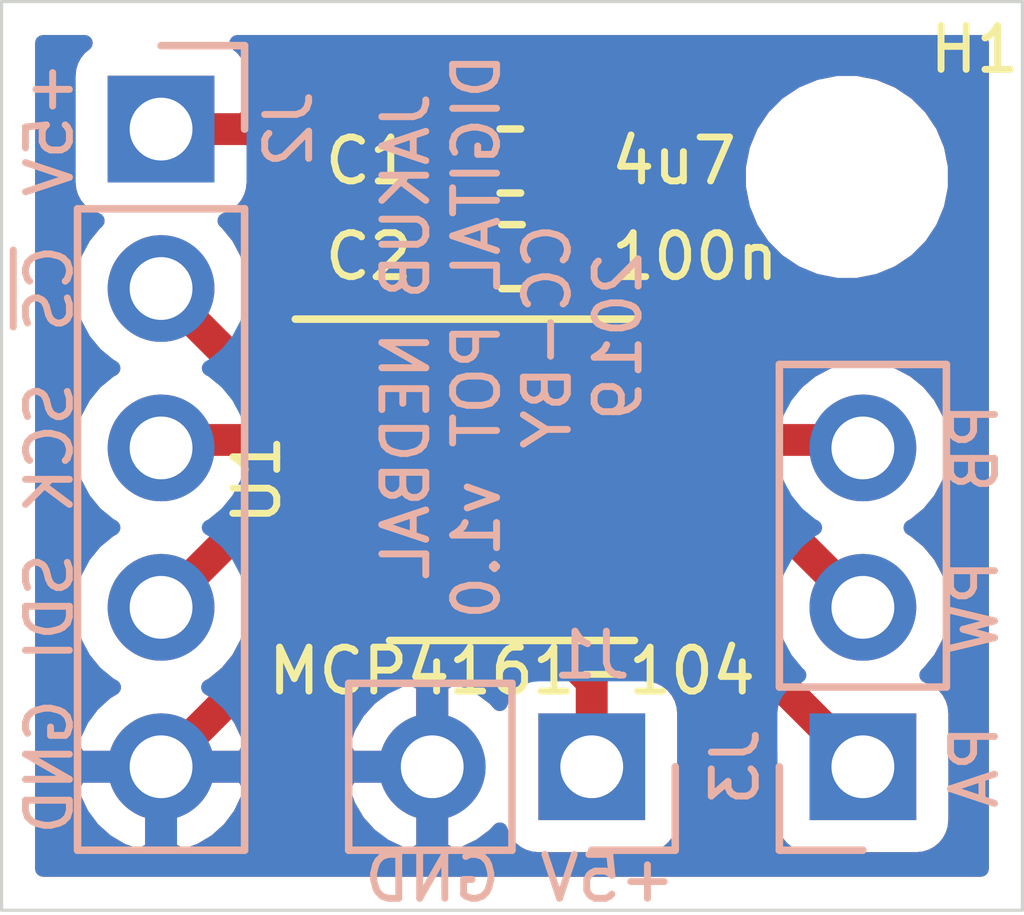
<source format=kicad_pcb>
(kicad_pcb (version 20171130) (host pcbnew 5.1.2-f72e74a~84~ubuntu16.04.1)

  (general
    (thickness 1.6)
    (drawings 15)
    (tracks 37)
    (zones 0)
    (modules 7)
    (nets 9)
  )

  (page A4)
  (layers
    (0 F.Cu signal)
    (31 B.Cu signal)
    (32 B.Adhes user)
    (33 F.Adhes user)
    (34 B.Paste user)
    (35 F.Paste user)
    (36 B.SilkS user)
    (37 F.SilkS user)
    (38 B.Mask user)
    (39 F.Mask user)
    (40 Dwgs.User user)
    (41 Cmts.User user)
    (42 Eco1.User user)
    (43 Eco2.User user)
    (44 Edge.Cuts user)
    (45 Margin user)
    (46 B.CrtYd user)
    (47 F.CrtYd user)
    (48 B.Fab user hide)
    (49 F.Fab user hide)
  )

  (setup
    (last_trace_width 0.25)
    (user_trace_width 0.508)
    (trace_clearance 0.2)
    (zone_clearance 0.508)
    (zone_45_only no)
    (trace_min 0.2)
    (via_size 0.8)
    (via_drill 0.4)
    (via_min_size 0.4)
    (via_min_drill 0.3)
    (uvia_size 0.3)
    (uvia_drill 0.1)
    (uvias_allowed no)
    (uvia_min_size 0.2)
    (uvia_min_drill 0.1)
    (edge_width 0.05)
    (segment_width 0.2)
    (pcb_text_width 0.3)
    (pcb_text_size 1.5 1.5)
    (mod_edge_width 0.12)
    (mod_text_size 1 1)
    (mod_text_width 0.15)
    (pad_size 1.524 1.524)
    (pad_drill 0.762)
    (pad_to_mask_clearance 0.051)
    (solder_mask_min_width 0.25)
    (aux_axis_origin 0 0)
    (visible_elements FFFFFF7F)
    (pcbplotparams
      (layerselection 0x010f0_ffffffff)
      (usegerberextensions true)
      (usegerberattributes false)
      (usegerberadvancedattributes false)
      (creategerberjobfile false)
      (excludeedgelayer true)
      (linewidth 0.100000)
      (plotframeref false)
      (viasonmask false)
      (mode 1)
      (useauxorigin false)
      (hpglpennumber 1)
      (hpglpenspeed 20)
      (hpglpendiameter 15.000000)
      (psnegative false)
      (psa4output false)
      (plotreference true)
      (plotvalue true)
      (plotinvisibletext false)
      (padsonsilk false)
      (subtractmaskfromsilk false)
      (outputformat 1)
      (mirror false)
      (drillshape 0)
      (scaleselection 1)
      (outputdirectory "boards"))
  )

  (net 0 "")
  (net 1 +5V)
  (net 2 GND)
  (net 3 /~CS)
  (net 4 /SCK)
  (net 5 /SDI)
  (net 6 /PA)
  (net 7 /PW)
  (net 8 /PB)

  (net_class Default "This is the default net class."
    (clearance 0.2)
    (trace_width 0.25)
    (via_dia 0.8)
    (via_drill 0.4)
    (uvia_dia 0.3)
    (uvia_drill 0.1)
    (add_net +5V)
    (add_net /PA)
    (add_net /PB)
    (add_net /PW)
    (add_net /SCK)
    (add_net /SDI)
    (add_net /~CS)
    (add_net GND)
  )

  (module MountingHole:MountingHole_2.2mm_M2 (layer F.Cu) (tedit 56D1B4CB) (tstamp 5D325A6E)
    (at 155.956 64.516)
    (descr "Mounting Hole 2.2mm, no annular, M2")
    (tags "mounting hole 2.2mm no annular m2")
    (path /5D32DB55)
    (attr virtual)
    (fp_text reference H1 (at 2.032 -2.032) (layer F.SilkS)
      (effects (font (size 0.7 0.7) (thickness 0.11)))
    )
    (fp_text value 2.2mm (at 0 3.2) (layer F.Fab)
      (effects (font (size 1 1) (thickness 0.15)))
    )
    (fp_circle (center 0 0) (end 2.45 0) (layer F.CrtYd) (width 0.05))
    (fp_circle (center 0 0) (end 2.2 0) (layer Cmts.User) (width 0.15))
    (fp_text user %R (at 0.3 0) (layer F.Fab)
      (effects (font (size 1 1) (thickness 0.15)))
    )
    (pad 1 np_thru_hole circle (at 0 0) (size 2.2 2.2) (drill 2.2) (layers *.Cu *.Mask))
  )

  (module Package_SO:SOIC-8_3.9x4.9mm_P1.27mm (layer F.Cu) (tedit 5C97300E) (tstamp 5D32490D)
    (at 150.622 69.342)
    (descr "SOIC, 8 Pin (JEDEC MS-012AA, https://www.analog.com/media/en/package-pcb-resources/package/pkg_pdf/soic_narrow-r/r_8.pdf), generated with kicad-footprint-generator ipc_gullwing_generator.py")
    (tags "SOIC SO")
    (path /5D31FA69)
    (attr smd)
    (fp_text reference U1 (at -4.064 0 90) (layer F.SilkS)
      (effects (font (size 0.7 0.7) (thickness 0.11)))
    )
    (fp_text value MCP4161-104 (at 0 3.048) (layer F.SilkS)
      (effects (font (size 0.7 0.7) (thickness 0.11)))
    )
    (fp_text user %R (at 0 0) (layer F.Fab)
      (effects (font (size 0.98 0.98) (thickness 0.15)))
    )
    (fp_line (start 3.7 -2.7) (end -3.7 -2.7) (layer F.CrtYd) (width 0.05))
    (fp_line (start 3.7 2.7) (end 3.7 -2.7) (layer F.CrtYd) (width 0.05))
    (fp_line (start -3.7 2.7) (end 3.7 2.7) (layer F.CrtYd) (width 0.05))
    (fp_line (start -3.7 -2.7) (end -3.7 2.7) (layer F.CrtYd) (width 0.05))
    (fp_line (start -1.95 -1.475) (end -0.975 -2.45) (layer F.Fab) (width 0.1))
    (fp_line (start -1.95 2.45) (end -1.95 -1.475) (layer F.Fab) (width 0.1))
    (fp_line (start 1.95 2.45) (end -1.95 2.45) (layer F.Fab) (width 0.1))
    (fp_line (start 1.95 -2.45) (end 1.95 2.45) (layer F.Fab) (width 0.1))
    (fp_line (start -0.975 -2.45) (end 1.95 -2.45) (layer F.Fab) (width 0.1))
    (fp_line (start 0 -2.56) (end -3.45 -2.56) (layer F.SilkS) (width 0.12))
    (fp_line (start 0 -2.56) (end 1.95 -2.56) (layer F.SilkS) (width 0.12))
    (fp_line (start 0 2.56) (end -1.95 2.56) (layer F.SilkS) (width 0.12))
    (fp_line (start 0 2.56) (end 1.95 2.56) (layer F.SilkS) (width 0.12))
    (pad 8 smd roundrect (at 2.475 -1.905) (size 1.95 0.6) (layers F.Cu F.Paste F.Mask) (roundrect_rratio 0.25)
      (net 1 +5V))
    (pad 7 smd roundrect (at 2.475 -0.635) (size 1.95 0.6) (layers F.Cu F.Paste F.Mask) (roundrect_rratio 0.25)
      (net 8 /PB))
    (pad 6 smd roundrect (at 2.475 0.635) (size 1.95 0.6) (layers F.Cu F.Paste F.Mask) (roundrect_rratio 0.25)
      (net 7 /PW))
    (pad 5 smd roundrect (at 2.475 1.905) (size 1.95 0.6) (layers F.Cu F.Paste F.Mask) (roundrect_rratio 0.25)
      (net 6 /PA))
    (pad 4 smd roundrect (at -2.475 1.905) (size 1.95 0.6) (layers F.Cu F.Paste F.Mask) (roundrect_rratio 0.25)
      (net 2 GND))
    (pad 3 smd roundrect (at -2.475 0.635) (size 1.95 0.6) (layers F.Cu F.Paste F.Mask) (roundrect_rratio 0.25)
      (net 5 /SDI))
    (pad 2 smd roundrect (at -2.475 -0.635) (size 1.95 0.6) (layers F.Cu F.Paste F.Mask) (roundrect_rratio 0.25)
      (net 4 /SCK))
    (pad 1 smd roundrect (at -2.475 -1.905) (size 1.95 0.6) (layers F.Cu F.Paste F.Mask) (roundrect_rratio 0.25)
      (net 3 /~CS))
    (model ${KISYS3DMOD}/Package_SO.3dshapes/SOIC-8_3.9x4.9mm_P1.27mm.wrl
      (at (xyz 0 0 0))
      (scale (xyz 1 1 1))
      (rotate (xyz 0 0 0))
    )
  )

  (module Capacitor_SMD:C_0603_1608Metric (layer F.Cu) (tedit 5B301BBE) (tstamp 5D3244BF)
    (at 150.5965 64.262 180)
    (descr "Capacitor SMD 0603 (1608 Metric), square (rectangular) end terminal, IPC_7351 nominal, (Body size source: http://www.tortai-tech.com/upload/download/2011102023233369053.pdf), generated with kicad-footprint-generator")
    (tags capacitor)
    (path /5D324C2D)
    (attr smd)
    (fp_text reference C1 (at 1.4985 0) (layer F.SilkS)
      (effects (font (size 0.7 0.7) (thickness 0.11)) (justify right))
    )
    (fp_text value 4u7 (at -1.5495 0) (layer F.SilkS)
      (effects (font (size 0.7 0.7) (thickness 0.11)) (justify left))
    )
    (fp_line (start -0.8 0.4) (end -0.8 -0.4) (layer F.Fab) (width 0.1))
    (fp_line (start -0.8 -0.4) (end 0.8 -0.4) (layer F.Fab) (width 0.1))
    (fp_line (start 0.8 -0.4) (end 0.8 0.4) (layer F.Fab) (width 0.1))
    (fp_line (start 0.8 0.4) (end -0.8 0.4) (layer F.Fab) (width 0.1))
    (fp_line (start -0.162779 -0.51) (end 0.162779 -0.51) (layer F.SilkS) (width 0.12))
    (fp_line (start -0.162779 0.51) (end 0.162779 0.51) (layer F.SilkS) (width 0.12))
    (fp_line (start -1.48 0.73) (end -1.48 -0.73) (layer F.CrtYd) (width 0.05))
    (fp_line (start -1.48 -0.73) (end 1.48 -0.73) (layer F.CrtYd) (width 0.05))
    (fp_line (start 1.48 -0.73) (end 1.48 0.73) (layer F.CrtYd) (width 0.05))
    (fp_line (start 1.48 0.73) (end -1.48 0.73) (layer F.CrtYd) (width 0.05))
    (fp_text user %R (at 0 0) (layer F.Fab)
      (effects (font (size 0.4 0.4) (thickness 0.06)))
    )
    (pad 1 smd roundrect (at -0.7875 0 180) (size 0.875 0.95) (layers F.Cu F.Paste F.Mask) (roundrect_rratio 0.25)
      (net 1 +5V))
    (pad 2 smd roundrect (at 0.7875 0 180) (size 0.875 0.95) (layers F.Cu F.Paste F.Mask) (roundrect_rratio 0.25)
      (net 2 GND))
    (model ${KISYS3DMOD}/Capacitor_SMD.3dshapes/C_0603_1608Metric.wrl
      (at (xyz 0 0 0))
      (scale (xyz 1 1 1))
      (rotate (xyz 0 0 0))
    )
  )

  (module Capacitor_SMD:C_0603_1608Metric (layer F.Cu) (tedit 5B301BBE) (tstamp 5D3244D0)
    (at 150.622 65.786 180)
    (descr "Capacitor SMD 0603 (1608 Metric), square (rectangular) end terminal, IPC_7351 nominal, (Body size source: http://www.tortai-tech.com/upload/download/2011102023233369053.pdf), generated with kicad-footprint-generator")
    (tags capacitor)
    (path /5D322140)
    (attr smd)
    (fp_text reference C2 (at 1.524 0) (layer F.SilkS)
      (effects (font (size 0.7 0.7) (thickness 0.11)) (justify right))
    )
    (fp_text value 100n (at -1.524 0) (layer F.SilkS)
      (effects (font (size 0.7 0.7) (thickness 0.11)) (justify left))
    )
    (fp_text user %R (at 0 0) (layer F.Fab)
      (effects (font (size 0.4 0.4) (thickness 0.06)))
    )
    (fp_line (start 1.48 0.73) (end -1.48 0.73) (layer F.CrtYd) (width 0.05))
    (fp_line (start 1.48 -0.73) (end 1.48 0.73) (layer F.CrtYd) (width 0.05))
    (fp_line (start -1.48 -0.73) (end 1.48 -0.73) (layer F.CrtYd) (width 0.05))
    (fp_line (start -1.48 0.73) (end -1.48 -0.73) (layer F.CrtYd) (width 0.05))
    (fp_line (start -0.162779 0.51) (end 0.162779 0.51) (layer F.SilkS) (width 0.12))
    (fp_line (start -0.162779 -0.51) (end 0.162779 -0.51) (layer F.SilkS) (width 0.12))
    (fp_line (start 0.8 0.4) (end -0.8 0.4) (layer F.Fab) (width 0.1))
    (fp_line (start 0.8 -0.4) (end 0.8 0.4) (layer F.Fab) (width 0.1))
    (fp_line (start -0.8 -0.4) (end 0.8 -0.4) (layer F.Fab) (width 0.1))
    (fp_line (start -0.8 0.4) (end -0.8 -0.4) (layer F.Fab) (width 0.1))
    (pad 2 smd roundrect (at 0.7875 0 180) (size 0.875 0.95) (layers F.Cu F.Paste F.Mask) (roundrect_rratio 0.25)
      (net 2 GND))
    (pad 1 smd roundrect (at -0.7875 0 180) (size 0.875 0.95) (layers F.Cu F.Paste F.Mask) (roundrect_rratio 0.25)
      (net 1 +5V))
    (model ${KISYS3DMOD}/Capacitor_SMD.3dshapes/C_0603_1608Metric.wrl
      (at (xyz 0 0 0))
      (scale (xyz 1 1 1))
      (rotate (xyz 0 0 0))
    )
  )

  (module Connector_PinHeader_2.54mm:PinHeader_1x02_P2.54mm_Vertical (layer B.Cu) (tedit 59FED5CC) (tstamp 5D3244E6)
    (at 151.892 73.914 90)
    (descr "Through hole straight pin header, 1x02, 2.54mm pitch, single row")
    (tags "Through hole pin header THT 1x02 2.54mm single row")
    (path /5D327A1D)
    (fp_text reference J1 (at 1.778 0) (layer B.SilkS)
      (effects (font (size 0.7 0.7) (thickness 0.11)) (justify mirror))
    )
    (fp_text value "2-Way Pin Header" (at 0 -4.87 270) (layer B.Fab)
      (effects (font (size 1 1) (thickness 0.15)) (justify mirror))
    )
    (fp_line (start -0.635 1.27) (end 1.27 1.27) (layer B.Fab) (width 0.1))
    (fp_line (start 1.27 1.27) (end 1.27 -3.81) (layer B.Fab) (width 0.1))
    (fp_line (start 1.27 -3.81) (end -1.27 -3.81) (layer B.Fab) (width 0.1))
    (fp_line (start -1.27 -3.81) (end -1.27 0.635) (layer B.Fab) (width 0.1))
    (fp_line (start -1.27 0.635) (end -0.635 1.27) (layer B.Fab) (width 0.1))
    (fp_line (start -1.33 -3.87) (end 1.33 -3.87) (layer B.SilkS) (width 0.12))
    (fp_line (start -1.33 -1.27) (end -1.33 -3.87) (layer B.SilkS) (width 0.12))
    (fp_line (start 1.33 -1.27) (end 1.33 -3.87) (layer B.SilkS) (width 0.12))
    (fp_line (start -1.33 -1.27) (end 1.33 -1.27) (layer B.SilkS) (width 0.12))
    (fp_line (start -1.33 0) (end -1.33 1.33) (layer B.SilkS) (width 0.12))
    (fp_line (start -1.33 1.33) (end 0 1.33) (layer B.SilkS) (width 0.12))
    (fp_line (start -1.8 1.8) (end -1.8 -4.35) (layer B.CrtYd) (width 0.05))
    (fp_line (start -1.8 -4.35) (end 1.8 -4.35) (layer B.CrtYd) (width 0.05))
    (fp_line (start 1.8 -4.35) (end 1.8 1.8) (layer B.CrtYd) (width 0.05))
    (fp_line (start 1.8 1.8) (end -1.8 1.8) (layer B.CrtYd) (width 0.05))
    (fp_text user %R (at 0 -1.27) (layer B.Fab)
      (effects (font (size 1 1) (thickness 0.15)) (justify mirror))
    )
    (pad 1 thru_hole rect (at 0 0 90) (size 1.7 1.7) (drill 1) (layers *.Cu *.Mask)
      (net 1 +5V))
    (pad 2 thru_hole oval (at 0 -2.54 90) (size 1.7 1.7) (drill 1) (layers *.Cu *.Mask)
      (net 2 GND))
    (model ${KISYS3DMOD}/Connector_PinHeader_2.54mm.3dshapes/PinHeader_1x02_P2.54mm_Vertical.wrl
      (at (xyz 0 0 0))
      (scale (xyz 1 1 1))
      (rotate (xyz 0 0 0))
    )
  )

  (module Connector_PinHeader_2.54mm:PinHeader_1x05_P2.54mm_Vertical (layer B.Cu) (tedit 59FED5CC) (tstamp 5D324A34)
    (at 145.034 63.754 180)
    (descr "Through hole straight pin header, 1x05, 2.54mm pitch, single row")
    (tags "Through hole pin header THT 1x05 2.54mm single row")
    (path /5D31C509)
    (fp_text reference J2 (at -2.032 0 90) (layer B.SilkS)
      (effects (font (size 0.7 0.7) (thickness 0.11)) (justify mirror))
    )
    (fp_text value "5-Way Pin Header" (at 0 -12.49) (layer B.Fab)
      (effects (font (size 1 1) (thickness 0.15)) (justify mirror))
    )
    (fp_line (start -0.635 1.27) (end 1.27 1.27) (layer B.Fab) (width 0.1))
    (fp_line (start 1.27 1.27) (end 1.27 -11.43) (layer B.Fab) (width 0.1))
    (fp_line (start 1.27 -11.43) (end -1.27 -11.43) (layer B.Fab) (width 0.1))
    (fp_line (start -1.27 -11.43) (end -1.27 0.635) (layer B.Fab) (width 0.1))
    (fp_line (start -1.27 0.635) (end -0.635 1.27) (layer B.Fab) (width 0.1))
    (fp_line (start -1.33 -11.49) (end 1.33 -11.49) (layer B.SilkS) (width 0.12))
    (fp_line (start -1.33 -1.27) (end -1.33 -11.49) (layer B.SilkS) (width 0.12))
    (fp_line (start 1.33 -1.27) (end 1.33 -11.49) (layer B.SilkS) (width 0.12))
    (fp_line (start -1.33 -1.27) (end 1.33 -1.27) (layer B.SilkS) (width 0.12))
    (fp_line (start -1.33 0) (end -1.33 1.33) (layer B.SilkS) (width 0.12))
    (fp_line (start -1.33 1.33) (end 0 1.33) (layer B.SilkS) (width 0.12))
    (fp_line (start -1.8 1.8) (end -1.8 -11.95) (layer B.CrtYd) (width 0.05))
    (fp_line (start -1.8 -11.95) (end 1.8 -11.95) (layer B.CrtYd) (width 0.05))
    (fp_line (start 1.8 -11.95) (end 1.8 1.8) (layer B.CrtYd) (width 0.05))
    (fp_line (start 1.8 1.8) (end -1.8 1.8) (layer B.CrtYd) (width 0.05))
    (fp_text user %R (at 0 -5.08 90) (layer F.Fab)
      (effects (font (size 1 1) (thickness 0.15)))
    )
    (pad 1 thru_hole rect (at 0 0 180) (size 1.7 1.7) (drill 1) (layers *.Cu *.Mask)
      (net 1 +5V))
    (pad 2 thru_hole oval (at 0 -2.54 180) (size 1.7 1.7) (drill 1) (layers *.Cu *.Mask)
      (net 3 /~CS))
    (pad 3 thru_hole oval (at 0 -5.08 180) (size 1.7 1.7) (drill 1) (layers *.Cu *.Mask)
      (net 4 /SCK))
    (pad 4 thru_hole oval (at 0 -7.62 180) (size 1.7 1.7) (drill 1) (layers *.Cu *.Mask)
      (net 5 /SDI))
    (pad 5 thru_hole oval (at 0 -10.16 180) (size 1.7 1.7) (drill 1) (layers *.Cu *.Mask)
      (net 2 GND))
    (model ${KISYS3DMOD}/Connector_PinHeader_2.54mm.3dshapes/PinHeader_1x05_P2.54mm_Vertical.wrl
      (at (xyz 0 0 0))
      (scale (xyz 1 1 1))
      (rotate (xyz 0 0 0))
    )
  )

  (module Connector_PinHeader_2.54mm:PinHeader_1x03_P2.54mm_Vertical (layer B.Cu) (tedit 59FED5CC) (tstamp 5D324516)
    (at 156.21 73.914)
    (descr "Through hole straight pin header, 1x03, 2.54mm pitch, single row")
    (tags "Through hole pin header THT 1x03 2.54mm single row")
    (path /5D323834)
    (fp_text reference J3 (at -2.032 0 90) (layer B.SilkS)
      (effects (font (size 0.7 0.7) (thickness 0.11)) (justify mirror))
    )
    (fp_text value "3-Way Pin Header" (at 0 -7.41) (layer B.Fab)
      (effects (font (size 1 1) (thickness 0.15)) (justify mirror))
    )
    (fp_line (start -0.635 1.27) (end 1.27 1.27) (layer B.Fab) (width 0.1))
    (fp_line (start 1.27 1.27) (end 1.27 -6.35) (layer B.Fab) (width 0.1))
    (fp_line (start 1.27 -6.35) (end -1.27 -6.35) (layer B.Fab) (width 0.1))
    (fp_line (start -1.27 -6.35) (end -1.27 0.635) (layer B.Fab) (width 0.1))
    (fp_line (start -1.27 0.635) (end -0.635 1.27) (layer B.Fab) (width 0.1))
    (fp_line (start -1.33 -6.41) (end 1.33 -6.41) (layer B.SilkS) (width 0.12))
    (fp_line (start -1.33 -1.27) (end -1.33 -6.41) (layer B.SilkS) (width 0.12))
    (fp_line (start 1.33 -1.27) (end 1.33 -6.41) (layer B.SilkS) (width 0.12))
    (fp_line (start -1.33 -1.27) (end 1.33 -1.27) (layer B.SilkS) (width 0.12))
    (fp_line (start -1.33 0) (end -1.33 1.33) (layer B.SilkS) (width 0.12))
    (fp_line (start -1.33 1.33) (end 0 1.33) (layer B.SilkS) (width 0.12))
    (fp_line (start -1.8 1.8) (end -1.8 -6.85) (layer B.CrtYd) (width 0.05))
    (fp_line (start -1.8 -6.85) (end 1.8 -6.85) (layer B.CrtYd) (width 0.05))
    (fp_line (start 1.8 -6.85) (end 1.8 1.8) (layer B.CrtYd) (width 0.05))
    (fp_line (start 1.8 1.8) (end -1.8 1.8) (layer B.CrtYd) (width 0.05))
    (fp_text user %R (at 0 -2.54 -90) (layer B.Fab)
      (effects (font (size 1 1) (thickness 0.15)) (justify mirror))
    )
    (pad 1 thru_hole rect (at 0 0) (size 1.7 1.7) (drill 1) (layers *.Cu *.Mask)
      (net 6 /PA))
    (pad 2 thru_hole oval (at 0 -2.54) (size 1.7 1.7) (drill 1) (layers *.Cu *.Mask)
      (net 7 /PW))
    (pad 3 thru_hole oval (at 0 -5.08) (size 1.7 1.7) (drill 1) (layers *.Cu *.Mask)
      (net 8 /PB))
    (model ${KISYS3DMOD}/Connector_PinHeader_2.54mm.3dshapes/PinHeader_1x03_P2.54mm_Vertical.wrl
      (at (xyz 0 0 0))
      (scale (xyz 1 1 1))
      (rotate (xyz 0 0 0))
    )
  )

  (gr_text "JAKUB NEDBAL\nDIGITAL POT v1.0\nCC-BY\n2019\n" (at 150.622 67.056 90) (layer B.SilkS) (tstamp 5D325304)
    (effects (font (size 0.7 0.7) (thickness 0.11)) (justify mirror))
  )
  (gr_text PA (at 157.988 73.914 90) (layer B.SilkS) (tstamp 5D325256)
    (effects (font (size 0.7 0.7) (thickness 0.11)) (justify mirror))
  )
  (gr_text PW (at 157.988 71.374 90) (layer B.SilkS) (tstamp 5D325252)
    (effects (font (size 0.7 0.7) (thickness 0.11)) (justify mirror))
  )
  (gr_text PB (at 157.988 68.834 90) (layer B.SilkS) (tstamp 5D32524D)
    (effects (font (size 0.7 0.7) (thickness 0.11)) (justify mirror))
  )
  (gr_text +5V (at 152.146 75.692) (layer B.SilkS) (tstamp 5D325247)
    (effects (font (size 0.7 0.7) (thickness 0.11)) (justify mirror))
  )
  (gr_text GND (at 149.352 75.692) (layer B.SilkS) (tstamp 5D325241)
    (effects (font (size 0.7 0.7) (thickness 0.11)) (justify mirror))
  )
  (gr_text GND (at 143.256 73.914 90) (layer B.SilkS) (tstamp 5D325225)
    (effects (font (size 0.7 0.7) (thickness 0.11)) (justify mirror))
  )
  (gr_text SDI (at 143.256 71.374 90) (layer B.SilkS) (tstamp 5D325221)
    (effects (font (size 0.7 0.7) (thickness 0.11)) (justify mirror))
  )
  (gr_text SCK (at 143.256 68.834 90) (layer B.SilkS) (tstamp 5D32521E)
    (effects (font (size 0.7 0.7) (thickness 0.11)) (justify mirror))
  )
  (gr_text ~CS (at 143.256 66.294 90) (layer B.SilkS) (tstamp 5D32521A)
    (effects (font (size 0.7 0.7) (thickness 0.11)) (justify mirror))
  )
  (gr_text +5V (at 143.256 63.754 90) (layer B.SilkS)
    (effects (font (size 0.7 0.7) (thickness 0.11)) (justify mirror))
  )
  (gr_line (start 158.75 76.2) (end 142.494 76.2) (layer Edge.Cuts) (width 0.05) (tstamp 5D3250E1))
  (gr_line (start 158.75 61.722) (end 158.75 76.2) (layer Edge.Cuts) (width 0.05))
  (gr_line (start 142.494 61.722) (end 158.75 61.722) (layer Edge.Cuts) (width 0.05))
  (gr_line (start 142.494 76.2) (end 142.494 61.722) (layer Edge.Cuts) (width 0.05))

  (segment (start 150.922388 63.800388) (end 151.384 64.262) (width 0.508) (layer F.Cu) (net 1))
  (segment (start 150.45499 63.33299) (end 150.922388 63.800388) (width 0.508) (layer F.Cu) (net 1))
  (segment (start 146.81301 63.33299) (end 150.45499 63.33299) (width 0.508) (layer F.Cu) (net 1))
  (segment (start 146.392 63.754) (end 146.81301 63.33299) (width 0.508) (layer F.Cu) (net 1))
  (segment (start 145.034 63.754) (end 146.392 63.754) (width 0.508) (layer F.Cu) (net 1))
  (segment (start 151.384 65.7605) (end 151.4095 65.786) (width 0.508) (layer F.Cu) (net 1))
  (segment (start 151.384 64.262) (end 151.384 65.7605) (width 0.508) (layer F.Cu) (net 1))
  (segment (start 151.446 65.786) (end 153.097 67.437) (width 0.508) (layer F.Cu) (net 1))
  (segment (start 151.4095 65.786) (end 151.446 65.786) (width 0.508) (layer F.Cu) (net 1))
  (segment (start 151.892 72.556) (end 151.4095 72.0735) (width 0.508) (layer F.Cu) (net 1))
  (segment (start 151.4095 66.361) (end 151.4095 65.786) (width 0.508) (layer F.Cu) (net 1))
  (segment (start 151.892 73.914) (end 151.892 72.556) (width 0.508) (layer F.Cu) (net 1))
  (segment (start 151.816 67.437) (end 153.097 67.437) (width 0.508) (layer F.Cu) (net 1))
  (segment (start 151.4095 67.8435) (end 151.816 67.437) (width 0.508) (layer F.Cu) (net 1))
  (segment (start 151.4095 72.0735) (end 151.4095 67.8435) (width 0.508) (layer F.Cu) (net 1))
  (segment (start 151.4095 67.8435) (end 151.4095 66.361) (width 0.508) (layer F.Cu) (net 1))
  (segment (start 147.701 71.247) (end 145.034 73.914) (width 0.508) (layer F.Cu) (net 2))
  (segment (start 148.147 71.247) (end 147.701 71.247) (width 0.508) (layer F.Cu) (net 2))
  (segment (start 149.352 72.452) (end 148.147 71.247) (width 0.508) (layer F.Cu) (net 2))
  (segment (start 149.352 73.914) (end 149.352 72.452) (width 0.508) (layer F.Cu) (net 2))
  (segment (start 149.809 65.7605) (end 149.8345 65.786) (width 0.508) (layer F.Cu) (net 2))
  (segment (start 149.809 64.262) (end 149.809 65.7605) (width 0.508) (layer F.Cu) (net 2))
  (segment (start 149.222 71.247) (end 148.147 71.247) (width 0.508) (layer F.Cu) (net 2))
  (segment (start 149.8345 70.6345) (end 149.222 71.247) (width 0.508) (layer F.Cu) (net 2))
  (segment (start 149.8345 65.786) (end 149.8345 70.6345) (width 0.508) (layer F.Cu) (net 2))
  (segment (start 146.177 67.437) (end 145.034 66.294) (width 0.508) (layer F.Cu) (net 3))
  (segment (start 148.147 67.437) (end 146.177 67.437) (width 0.508) (layer F.Cu) (net 3))
  (segment (start 145.161 68.707) (end 145.034 68.834) (width 0.508) (layer F.Cu) (net 4))
  (segment (start 148.147 68.707) (end 145.161 68.707) (width 0.508) (layer F.Cu) (net 4))
  (segment (start 146.431 69.977) (end 148.147 69.977) (width 0.508) (layer F.Cu) (net 5))
  (segment (start 145.034 71.374) (end 146.431 69.977) (width 0.508) (layer F.Cu) (net 5))
  (segment (start 153.543 71.247) (end 156.21 73.914) (width 0.508) (layer F.Cu) (net 6))
  (segment (start 153.097 71.247) (end 153.543 71.247) (width 0.508) (layer F.Cu) (net 6))
  (segment (start 154.813 69.977) (end 156.21 71.374) (width 0.508) (layer F.Cu) (net 7))
  (segment (start 153.097 69.977) (end 154.813 69.977) (width 0.508) (layer F.Cu) (net 7))
  (segment (start 156.083 68.707) (end 156.21 68.834) (width 0.508) (layer F.Cu) (net 8))
  (segment (start 153.097 68.707) (end 156.083 68.707) (width 0.508) (layer F.Cu) (net 8))

  (zone (net 2) (net_name GND) (layer F.Cu) (tstamp 5D325E44) (hatch edge 0.508)
    (connect_pads (clearance 0.508))
    (min_thickness 0.254)
    (fill yes (arc_segments 32) (thermal_gap 0.508) (thermal_bridge_width 0.508))
    (polygon
      (pts
        (xy 142.494 61.722) (xy 158.75 61.722) (xy 158.75 76.2) (xy 142.494 76.2)
      )
    )
    (filled_polygon
      (pts
        (xy 143.732815 62.452815) (xy 143.653463 62.549506) (xy 143.594498 62.65982) (xy 143.558188 62.779518) (xy 143.545928 62.904)
        (xy 143.545928 64.604) (xy 143.558188 64.728482) (xy 143.594498 64.84818) (xy 143.653463 64.958494) (xy 143.732815 65.055185)
        (xy 143.829506 65.134537) (xy 143.93982 65.193502) (xy 144.008687 65.214393) (xy 143.978866 65.238866) (xy 143.793294 65.464986)
        (xy 143.655401 65.722966) (xy 143.570487 66.002889) (xy 143.541815 66.294) (xy 143.570487 66.585111) (xy 143.655401 66.865034)
        (xy 143.793294 67.123014) (xy 143.978866 67.349134) (xy 144.204986 67.534706) (xy 144.259791 67.564) (xy 144.204986 67.593294)
        (xy 143.978866 67.778866) (xy 143.793294 68.004986) (xy 143.655401 68.262966) (xy 143.570487 68.542889) (xy 143.541815 68.834)
        (xy 143.570487 69.125111) (xy 143.655401 69.405034) (xy 143.793294 69.663014) (xy 143.978866 69.889134) (xy 144.204986 70.074706)
        (xy 144.259791 70.104) (xy 144.204986 70.133294) (xy 143.978866 70.318866) (xy 143.793294 70.544986) (xy 143.655401 70.802966)
        (xy 143.570487 71.082889) (xy 143.541815 71.374) (xy 143.570487 71.665111) (xy 143.655401 71.945034) (xy 143.793294 72.203014)
        (xy 143.978866 72.429134) (xy 144.204986 72.614706) (xy 144.269523 72.649201) (xy 144.152645 72.718822) (xy 143.936412 72.913731)
        (xy 143.762359 73.14708) (xy 143.637175 73.409901) (xy 143.592524 73.55711) (xy 143.713845 73.787) (xy 144.907 73.787)
        (xy 144.907 73.767) (xy 145.161 73.767) (xy 145.161 73.787) (xy 146.354155 73.787) (xy 146.475476 73.55711)
        (xy 146.475476 73.557109) (xy 147.910519 73.557109) (xy 148.031186 73.787) (xy 149.225 73.787) (xy 149.225 72.593845)
        (xy 148.99511 72.472524) (xy 148.847901 72.517175) (xy 148.58508 72.642359) (xy 148.351731 72.816412) (xy 148.156822 73.032645)
        (xy 148.007843 73.282748) (xy 147.910519 73.557109) (xy 146.475476 73.557109) (xy 146.430825 73.409901) (xy 146.305641 73.14708)
        (xy 146.131588 72.913731) (xy 145.915355 72.718822) (xy 145.798477 72.649201) (xy 145.863014 72.614706) (xy 146.089134 72.429134)
        (xy 146.274706 72.203014) (xy 146.412599 71.945034) (xy 146.497513 71.665111) (xy 146.509145 71.547) (xy 146.533928 71.547)
        (xy 146.546188 71.671482) (xy 146.582498 71.79118) (xy 146.641463 71.901494) (xy 146.720815 71.998185) (xy 146.817506 72.077537)
        (xy 146.92782 72.136502) (xy 147.047518 72.172812) (xy 147.172 72.185072) (xy 147.86125 72.182) (xy 148.02 72.02325)
        (xy 148.02 71.374) (xy 148.274 71.374) (xy 148.274 72.02325) (xy 148.43275 72.182) (xy 149.122 72.185072)
        (xy 149.246482 72.172812) (xy 149.36618 72.136502) (xy 149.476494 72.077537) (xy 149.573185 71.998185) (xy 149.652537 71.901494)
        (xy 149.711502 71.79118) (xy 149.747812 71.671482) (xy 149.760072 71.547) (xy 149.757 71.53275) (xy 149.59825 71.374)
        (xy 148.274 71.374) (xy 148.02 71.374) (xy 146.69575 71.374) (xy 146.537 71.53275) (xy 146.533928 71.547)
        (xy 146.509145 71.547) (xy 146.526185 71.374) (xy 146.505119 71.160116) (xy 146.620493 71.044743) (xy 146.69575 71.12)
        (xy 148.02 71.12) (xy 148.02 71.1) (xy 148.274 71.1) (xy 148.274 71.12) (xy 149.59825 71.12)
        (xy 149.757 70.96125) (xy 149.760072 70.947) (xy 149.747812 70.822518) (xy 149.711502 70.70282) (xy 149.652537 70.592506)
        (xy 149.62827 70.562936) (xy 149.700084 70.428582) (xy 149.744929 70.280745) (xy 149.760072 70.127) (xy 149.760072 69.827)
        (xy 149.744929 69.673255) (xy 149.700084 69.525418) (xy 149.627258 69.389171) (xy 149.588546 69.342) (xy 149.627258 69.294829)
        (xy 149.700084 69.158582) (xy 149.744929 69.010745) (xy 149.760072 68.857) (xy 149.760072 68.557) (xy 149.744929 68.403255)
        (xy 149.700084 68.255418) (xy 149.627258 68.119171) (xy 149.588546 68.072) (xy 149.627258 68.024829) (xy 149.700084 67.888582)
        (xy 149.744929 67.740745) (xy 149.760072 67.587) (xy 149.760072 67.287) (xy 149.744929 67.133255) (xy 149.700084 66.985418)
        (xy 149.627258 66.849171) (xy 149.612979 66.831771) (xy 149.7075 66.73725) (xy 149.7075 65.913) (xy 148.92075 65.913)
        (xy 148.762 66.07175) (xy 148.758928 66.261) (xy 148.771188 66.385482) (xy 148.805601 66.498928) (xy 147.322 66.498928)
        (xy 147.168255 66.514071) (xy 147.056404 66.548) (xy 146.545236 66.548) (xy 146.505119 66.507884) (xy 146.526185 66.294)
        (xy 146.497513 66.002889) (xy 146.412599 65.722966) (xy 146.274706 65.464986) (xy 146.089134 65.238866) (xy 146.059313 65.214393)
        (xy 146.12818 65.193502) (xy 146.238494 65.134537) (xy 146.335185 65.055185) (xy 146.414537 64.958494) (xy 146.473502 64.84818)
        (xy 146.507228 64.737) (xy 148.733428 64.737) (xy 148.745688 64.861482) (xy 148.781998 64.98118) (xy 148.817636 65.047853)
        (xy 148.807498 65.06682) (xy 148.771188 65.186518) (xy 148.758928 65.311) (xy 148.762 65.50025) (xy 148.92075 65.659)
        (xy 149.7075 65.659) (xy 149.7075 64.83475) (xy 149.682 64.80925) (xy 149.682 64.389) (xy 148.89525 64.389)
        (xy 148.7365 64.54775) (xy 148.733428 64.737) (xy 146.507228 64.737) (xy 146.509812 64.728482) (xy 146.51904 64.634788)
        (xy 146.566274 64.630136) (xy 146.733851 64.579303) (xy 146.888291 64.496753) (xy 147.023659 64.385659) (xy 147.051499 64.351736)
        (xy 147.181245 64.22199) (xy 149.956 64.22199) (xy 149.956 64.389) (xy 149.936 64.389) (xy 149.936 65.21325)
        (xy 149.9615 65.23875) (xy 149.9615 65.659) (xy 149.9815 65.659) (xy 149.9815 65.913) (xy 149.9615 65.913)
        (xy 149.9615 66.73725) (xy 150.12025 66.896) (xy 150.272 66.899072) (xy 150.396482 66.886812) (xy 150.51618 66.850502)
        (xy 150.520501 66.848193) (xy 150.5205 67.79984) (xy 150.5162 67.8435) (xy 150.5205 67.88716) (xy 150.5205 67.887166)
        (xy 150.520501 67.887176) (xy 150.5205 72.02984) (xy 150.5162 72.0735) (xy 150.5205 72.11716) (xy 150.5205 72.117166)
        (xy 150.533364 72.247773) (xy 150.584197 72.41535) (xy 150.65958 72.556381) (xy 150.590815 72.612815) (xy 150.511463 72.709506)
        (xy 150.452498 72.81982) (xy 150.428034 72.900466) (xy 150.352269 72.816412) (xy 150.11892 72.642359) (xy 149.856099 72.517175)
        (xy 149.70889 72.472524) (xy 149.479 72.593845) (xy 149.479 73.787) (xy 149.499 73.787) (xy 149.499 74.041)
        (xy 149.479 74.041) (xy 149.479 75.234155) (xy 149.70889 75.355476) (xy 149.856099 75.310825) (xy 150.11892 75.185641)
        (xy 150.352269 75.011588) (xy 150.428034 74.927534) (xy 150.452498 75.00818) (xy 150.511463 75.118494) (xy 150.590815 75.215185)
        (xy 150.687506 75.294537) (xy 150.79782 75.353502) (xy 150.917518 75.389812) (xy 151.042 75.402072) (xy 152.742 75.402072)
        (xy 152.866482 75.389812) (xy 152.98618 75.353502) (xy 153.096494 75.294537) (xy 153.193185 75.215185) (xy 153.272537 75.118494)
        (xy 153.331502 75.00818) (xy 153.367812 74.888482) (xy 153.380072 74.764) (xy 153.380072 73.064) (xy 153.367812 72.939518)
        (xy 153.331502 72.81982) (xy 153.272537 72.709506) (xy 153.193185 72.612815) (xy 153.096494 72.533463) (xy 152.98618 72.474498)
        (xy 152.866482 72.438188) (xy 152.772788 72.42896) (xy 152.768136 72.381726) (xy 152.717303 72.214149) (xy 152.701761 72.185072)
        (xy 153.223837 72.185072) (xy 154.721928 73.683164) (xy 154.721928 74.764) (xy 154.734188 74.888482) (xy 154.770498 75.00818)
        (xy 154.829463 75.118494) (xy 154.908815 75.215185) (xy 155.005506 75.294537) (xy 155.11582 75.353502) (xy 155.235518 75.389812)
        (xy 155.36 75.402072) (xy 157.06 75.402072) (xy 157.184482 75.389812) (xy 157.30418 75.353502) (xy 157.414494 75.294537)
        (xy 157.511185 75.215185) (xy 157.590537 75.118494) (xy 157.649502 75.00818) (xy 157.685812 74.888482) (xy 157.698072 74.764)
        (xy 157.698072 73.064) (xy 157.685812 72.939518) (xy 157.649502 72.81982) (xy 157.590537 72.709506) (xy 157.511185 72.612815)
        (xy 157.414494 72.533463) (xy 157.30418 72.474498) (xy 157.235313 72.453607) (xy 157.265134 72.429134) (xy 157.450706 72.203014)
        (xy 157.588599 71.945034) (xy 157.673513 71.665111) (xy 157.702185 71.374) (xy 157.673513 71.082889) (xy 157.588599 70.802966)
        (xy 157.450706 70.544986) (xy 157.265134 70.318866) (xy 157.039014 70.133294) (xy 156.984209 70.104) (xy 157.039014 70.074706)
        (xy 157.265134 69.889134) (xy 157.450706 69.663014) (xy 157.588599 69.405034) (xy 157.673513 69.125111) (xy 157.702185 68.834)
        (xy 157.673513 68.542889) (xy 157.588599 68.262966) (xy 157.450706 68.004986) (xy 157.265134 67.778866) (xy 157.039014 67.593294)
        (xy 156.781034 67.455401) (xy 156.501111 67.370487) (xy 156.28295 67.349) (xy 156.13705 67.349) (xy 155.918889 67.370487)
        (xy 155.638966 67.455401) (xy 155.380986 67.593294) (xy 155.154866 67.778866) (xy 155.12275 67.818) (xy 154.671494 67.818)
        (xy 154.694929 67.740745) (xy 154.710072 67.587) (xy 154.710072 67.287) (xy 154.694929 67.133255) (xy 154.650084 66.985418)
        (xy 154.577258 66.849171) (xy 154.479251 66.729749) (xy 154.359829 66.631742) (xy 154.223582 66.558916) (xy 154.075745 66.514071)
        (xy 153.922 66.498928) (xy 153.416164 66.498928) (xy 152.485072 65.567837) (xy 152.485072 65.52975) (xy 152.468608 65.362592)
        (xy 152.41985 65.201858) (xy 152.340671 65.053725) (xy 152.303527 65.008464) (xy 152.315171 64.994275) (xy 152.39435 64.846142)
        (xy 152.443108 64.685408) (xy 152.459572 64.51825) (xy 152.459572 64.345117) (xy 154.221 64.345117) (xy 154.221 64.686883)
        (xy 154.287675 65.022081) (xy 154.418463 65.337831) (xy 154.608337 65.621998) (xy 154.850002 65.863663) (xy 155.134169 66.053537)
        (xy 155.449919 66.184325) (xy 155.785117 66.251) (xy 156.126883 66.251) (xy 156.462081 66.184325) (xy 156.777831 66.053537)
        (xy 157.061998 65.863663) (xy 157.303663 65.621998) (xy 157.493537 65.337831) (xy 157.624325 65.022081) (xy 157.691 64.686883)
        (xy 157.691 64.345117) (xy 157.624325 64.009919) (xy 157.493537 63.694169) (xy 157.303663 63.410002) (xy 157.061998 63.168337)
        (xy 156.777831 62.978463) (xy 156.462081 62.847675) (xy 156.126883 62.781) (xy 155.785117 62.781) (xy 155.449919 62.847675)
        (xy 155.134169 62.978463) (xy 154.850002 63.168337) (xy 154.608337 63.410002) (xy 154.418463 63.694169) (xy 154.287675 64.009919)
        (xy 154.221 64.345117) (xy 152.459572 64.345117) (xy 152.459572 64.00575) (xy 152.443108 63.838592) (xy 152.39435 63.677858)
        (xy 152.315171 63.529725) (xy 152.208615 63.399885) (xy 152.078775 63.293329) (xy 151.930642 63.21415) (xy 151.769908 63.165392)
        (xy 151.60275 63.148928) (xy 151.528163 63.148928) (xy 151.114489 62.735254) (xy 151.086649 62.701331) (xy 150.951281 62.590237)
        (xy 150.796841 62.507687) (xy 150.629264 62.456854) (xy 150.498657 62.44399) (xy 150.49865 62.44399) (xy 150.45499 62.43969)
        (xy 150.41133 62.44399) (xy 146.856669 62.44399) (xy 146.813009 62.43969) (xy 146.769349 62.44399) (xy 146.769343 62.44399)
        (xy 146.657083 62.455047) (xy 146.638735 62.456854) (xy 146.565768 62.478988) (xy 146.471159 62.507687) (xy 146.407946 62.541475)
        (xy 146.335185 62.452815) (xy 146.248896 62.382) (xy 158.09 62.382) (xy 158.090001 75.54) (xy 143.154 75.54)
        (xy 143.154 74.27089) (xy 143.592524 74.27089) (xy 143.637175 74.418099) (xy 143.762359 74.68092) (xy 143.936412 74.914269)
        (xy 144.152645 75.109178) (xy 144.402748 75.258157) (xy 144.677109 75.355481) (xy 144.907 75.234814) (xy 144.907 74.041)
        (xy 145.161 74.041) (xy 145.161 75.234814) (xy 145.390891 75.355481) (xy 145.665252 75.258157) (xy 145.915355 75.109178)
        (xy 146.131588 74.914269) (xy 146.305641 74.68092) (xy 146.430825 74.418099) (xy 146.475475 74.270891) (xy 147.910519 74.270891)
        (xy 148.007843 74.545252) (xy 148.156822 74.795355) (xy 148.351731 75.011588) (xy 148.58508 75.185641) (xy 148.847901 75.310825)
        (xy 148.99511 75.355476) (xy 149.225 75.234155) (xy 149.225 74.041) (xy 148.031186 74.041) (xy 147.910519 74.270891)
        (xy 146.475475 74.270891) (xy 146.475476 74.27089) (xy 146.354155 74.041) (xy 145.161 74.041) (xy 144.907 74.041)
        (xy 143.713845 74.041) (xy 143.592524 74.27089) (xy 143.154 74.27089) (xy 143.154 62.382) (xy 143.819104 62.382)
      )
    )
  )
  (zone (net 2) (net_name GND) (layer B.Cu) (tstamp 5D325E41) (hatch edge 0.508)
    (connect_pads (clearance 0.508))
    (min_thickness 0.254)
    (fill yes (arc_segments 32) (thermal_gap 0.508) (thermal_bridge_width 0.508))
    (polygon
      (pts
        (xy 142.494 76.2) (xy 158.75 76.2) (xy 158.75 61.722) (xy 142.494 61.722)
      )
    )
    (filled_polygon
      (pts
        (xy 143.732815 62.452815) (xy 143.653463 62.549506) (xy 143.594498 62.65982) (xy 143.558188 62.779518) (xy 143.545928 62.904)
        (xy 143.545928 64.604) (xy 143.558188 64.728482) (xy 143.594498 64.84818) (xy 143.653463 64.958494) (xy 143.732815 65.055185)
        (xy 143.829506 65.134537) (xy 143.93982 65.193502) (xy 144.008687 65.214393) (xy 143.978866 65.238866) (xy 143.793294 65.464986)
        (xy 143.655401 65.722966) (xy 143.570487 66.002889) (xy 143.541815 66.294) (xy 143.570487 66.585111) (xy 143.655401 66.865034)
        (xy 143.793294 67.123014) (xy 143.978866 67.349134) (xy 144.204986 67.534706) (xy 144.259791 67.564) (xy 144.204986 67.593294)
        (xy 143.978866 67.778866) (xy 143.793294 68.004986) (xy 143.655401 68.262966) (xy 143.570487 68.542889) (xy 143.541815 68.834)
        (xy 143.570487 69.125111) (xy 143.655401 69.405034) (xy 143.793294 69.663014) (xy 143.978866 69.889134) (xy 144.204986 70.074706)
        (xy 144.259791 70.104) (xy 144.204986 70.133294) (xy 143.978866 70.318866) (xy 143.793294 70.544986) (xy 143.655401 70.802966)
        (xy 143.570487 71.082889) (xy 143.541815 71.374) (xy 143.570487 71.665111) (xy 143.655401 71.945034) (xy 143.793294 72.203014)
        (xy 143.978866 72.429134) (xy 144.204986 72.614706) (xy 144.269523 72.649201) (xy 144.152645 72.718822) (xy 143.936412 72.913731)
        (xy 143.762359 73.14708) (xy 143.637175 73.409901) (xy 143.592524 73.55711) (xy 143.713845 73.787) (xy 144.907 73.787)
        (xy 144.907 73.767) (xy 145.161 73.767) (xy 145.161 73.787) (xy 146.354155 73.787) (xy 146.475476 73.55711)
        (xy 146.475476 73.557109) (xy 147.910519 73.557109) (xy 148.031186 73.787) (xy 149.225 73.787) (xy 149.225 72.593845)
        (xy 149.479 72.593845) (xy 149.479 73.787) (xy 149.499 73.787) (xy 149.499 74.041) (xy 149.479 74.041)
        (xy 149.479 75.234155) (xy 149.70889 75.355476) (xy 149.856099 75.310825) (xy 150.11892 75.185641) (xy 150.352269 75.011588)
        (xy 150.428034 74.927534) (xy 150.452498 75.00818) (xy 150.511463 75.118494) (xy 150.590815 75.215185) (xy 150.687506 75.294537)
        (xy 150.79782 75.353502) (xy 150.917518 75.389812) (xy 151.042 75.402072) (xy 152.742 75.402072) (xy 152.866482 75.389812)
        (xy 152.98618 75.353502) (xy 153.096494 75.294537) (xy 153.193185 75.215185) (xy 153.272537 75.118494) (xy 153.331502 75.00818)
        (xy 153.367812 74.888482) (xy 153.380072 74.764) (xy 153.380072 73.064) (xy 153.367812 72.939518) (xy 153.331502 72.81982)
        (xy 153.272537 72.709506) (xy 153.193185 72.612815) (xy 153.096494 72.533463) (xy 152.98618 72.474498) (xy 152.866482 72.438188)
        (xy 152.742 72.425928) (xy 151.042 72.425928) (xy 150.917518 72.438188) (xy 150.79782 72.474498) (xy 150.687506 72.533463)
        (xy 150.590815 72.612815) (xy 150.511463 72.709506) (xy 150.452498 72.81982) (xy 150.428034 72.900466) (xy 150.352269 72.816412)
        (xy 150.11892 72.642359) (xy 149.856099 72.517175) (xy 149.70889 72.472524) (xy 149.479 72.593845) (xy 149.225 72.593845)
        (xy 148.99511 72.472524) (xy 148.847901 72.517175) (xy 148.58508 72.642359) (xy 148.351731 72.816412) (xy 148.156822 73.032645)
        (xy 148.007843 73.282748) (xy 147.910519 73.557109) (xy 146.475476 73.557109) (xy 146.430825 73.409901) (xy 146.305641 73.14708)
        (xy 146.131588 72.913731) (xy 145.915355 72.718822) (xy 145.798477 72.649201) (xy 145.863014 72.614706) (xy 146.089134 72.429134)
        (xy 146.274706 72.203014) (xy 146.412599 71.945034) (xy 146.497513 71.665111) (xy 146.526185 71.374) (xy 146.497513 71.082889)
        (xy 146.412599 70.802966) (xy 146.274706 70.544986) (xy 146.089134 70.318866) (xy 145.863014 70.133294) (xy 145.808209 70.104)
        (xy 145.863014 70.074706) (xy 146.089134 69.889134) (xy 146.274706 69.663014) (xy 146.412599 69.405034) (xy 146.497513 69.125111)
        (xy 146.526185 68.834) (xy 154.717815 68.834) (xy 154.746487 69.125111) (xy 154.831401 69.405034) (xy 154.969294 69.663014)
        (xy 155.154866 69.889134) (xy 155.380986 70.074706) (xy 155.435791 70.104) (xy 155.380986 70.133294) (xy 155.154866 70.318866)
        (xy 154.969294 70.544986) (xy 154.831401 70.802966) (xy 154.746487 71.082889) (xy 154.717815 71.374) (xy 154.746487 71.665111)
        (xy 154.831401 71.945034) (xy 154.969294 72.203014) (xy 155.154866 72.429134) (xy 155.184687 72.453607) (xy 155.11582 72.474498)
        (xy 155.005506 72.533463) (xy 154.908815 72.612815) (xy 154.829463 72.709506) (xy 154.770498 72.81982) (xy 154.734188 72.939518)
        (xy 154.721928 73.064) (xy 154.721928 74.764) (xy 154.734188 74.888482) (xy 154.770498 75.00818) (xy 154.829463 75.118494)
        (xy 154.908815 75.215185) (xy 155.005506 75.294537) (xy 155.11582 75.353502) (xy 155.235518 75.389812) (xy 155.36 75.402072)
        (xy 157.06 75.402072) (xy 157.184482 75.389812) (xy 157.30418 75.353502) (xy 157.414494 75.294537) (xy 157.511185 75.215185)
        (xy 157.590537 75.118494) (xy 157.649502 75.00818) (xy 157.685812 74.888482) (xy 157.698072 74.764) (xy 157.698072 73.064)
        (xy 157.685812 72.939518) (xy 157.649502 72.81982) (xy 157.590537 72.709506) (xy 157.511185 72.612815) (xy 157.414494 72.533463)
        (xy 157.30418 72.474498) (xy 157.235313 72.453607) (xy 157.265134 72.429134) (xy 157.450706 72.203014) (xy 157.588599 71.945034)
        (xy 157.673513 71.665111) (xy 157.702185 71.374) (xy 157.673513 71.082889) (xy 157.588599 70.802966) (xy 157.450706 70.544986)
        (xy 157.265134 70.318866) (xy 157.039014 70.133294) (xy 156.984209 70.104) (xy 157.039014 70.074706) (xy 157.265134 69.889134)
        (xy 157.450706 69.663014) (xy 157.588599 69.405034) (xy 157.673513 69.125111) (xy 157.702185 68.834) (xy 157.673513 68.542889)
        (xy 157.588599 68.262966) (xy 157.450706 68.004986) (xy 157.265134 67.778866) (xy 157.039014 67.593294) (xy 156.781034 67.455401)
        (xy 156.501111 67.370487) (xy 156.28295 67.349) (xy 156.13705 67.349) (xy 155.918889 67.370487) (xy 155.638966 67.455401)
        (xy 155.380986 67.593294) (xy 155.154866 67.778866) (xy 154.969294 68.004986) (xy 154.831401 68.262966) (xy 154.746487 68.542889)
        (xy 154.717815 68.834) (xy 146.526185 68.834) (xy 146.497513 68.542889) (xy 146.412599 68.262966) (xy 146.274706 68.004986)
        (xy 146.089134 67.778866) (xy 145.863014 67.593294) (xy 145.808209 67.564) (xy 145.863014 67.534706) (xy 146.089134 67.349134)
        (xy 146.274706 67.123014) (xy 146.412599 66.865034) (xy 146.497513 66.585111) (xy 146.526185 66.294) (xy 146.497513 66.002889)
        (xy 146.412599 65.722966) (xy 146.274706 65.464986) (xy 146.089134 65.238866) (xy 146.059313 65.214393) (xy 146.12818 65.193502)
        (xy 146.238494 65.134537) (xy 146.335185 65.055185) (xy 146.414537 64.958494) (xy 146.473502 64.84818) (xy 146.509812 64.728482)
        (xy 146.522072 64.604) (xy 146.522072 64.345117) (xy 154.221 64.345117) (xy 154.221 64.686883) (xy 154.287675 65.022081)
        (xy 154.418463 65.337831) (xy 154.608337 65.621998) (xy 154.850002 65.863663) (xy 155.134169 66.053537) (xy 155.449919 66.184325)
        (xy 155.785117 66.251) (xy 156.126883 66.251) (xy 156.462081 66.184325) (xy 156.777831 66.053537) (xy 157.061998 65.863663)
        (xy 157.303663 65.621998) (xy 157.493537 65.337831) (xy 157.624325 65.022081) (xy 157.691 64.686883) (xy 157.691 64.345117)
        (xy 157.624325 64.009919) (xy 157.493537 63.694169) (xy 157.303663 63.410002) (xy 157.061998 63.168337) (xy 156.777831 62.978463)
        (xy 156.462081 62.847675) (xy 156.126883 62.781) (xy 155.785117 62.781) (xy 155.449919 62.847675) (xy 155.134169 62.978463)
        (xy 154.850002 63.168337) (xy 154.608337 63.410002) (xy 154.418463 63.694169) (xy 154.287675 64.009919) (xy 154.221 64.345117)
        (xy 146.522072 64.345117) (xy 146.522072 62.904) (xy 146.509812 62.779518) (xy 146.473502 62.65982) (xy 146.414537 62.549506)
        (xy 146.335185 62.452815) (xy 146.248896 62.382) (xy 158.09 62.382) (xy 158.090001 75.54) (xy 143.154 75.54)
        (xy 143.154 74.27089) (xy 143.592524 74.27089) (xy 143.637175 74.418099) (xy 143.762359 74.68092) (xy 143.936412 74.914269)
        (xy 144.152645 75.109178) (xy 144.402748 75.258157) (xy 144.677109 75.355481) (xy 144.907 75.234814) (xy 144.907 74.041)
        (xy 145.161 74.041) (xy 145.161 75.234814) (xy 145.390891 75.355481) (xy 145.665252 75.258157) (xy 145.915355 75.109178)
        (xy 146.131588 74.914269) (xy 146.305641 74.68092) (xy 146.430825 74.418099) (xy 146.475475 74.270891) (xy 147.910519 74.270891)
        (xy 148.007843 74.545252) (xy 148.156822 74.795355) (xy 148.351731 75.011588) (xy 148.58508 75.185641) (xy 148.847901 75.310825)
        (xy 148.99511 75.355476) (xy 149.225 75.234155) (xy 149.225 74.041) (xy 148.031186 74.041) (xy 147.910519 74.270891)
        (xy 146.475475 74.270891) (xy 146.475476 74.27089) (xy 146.354155 74.041) (xy 145.161 74.041) (xy 144.907 74.041)
        (xy 143.713845 74.041) (xy 143.592524 74.27089) (xy 143.154 74.27089) (xy 143.154 62.382) (xy 143.819104 62.382)
      )
    )
  )
)

</source>
